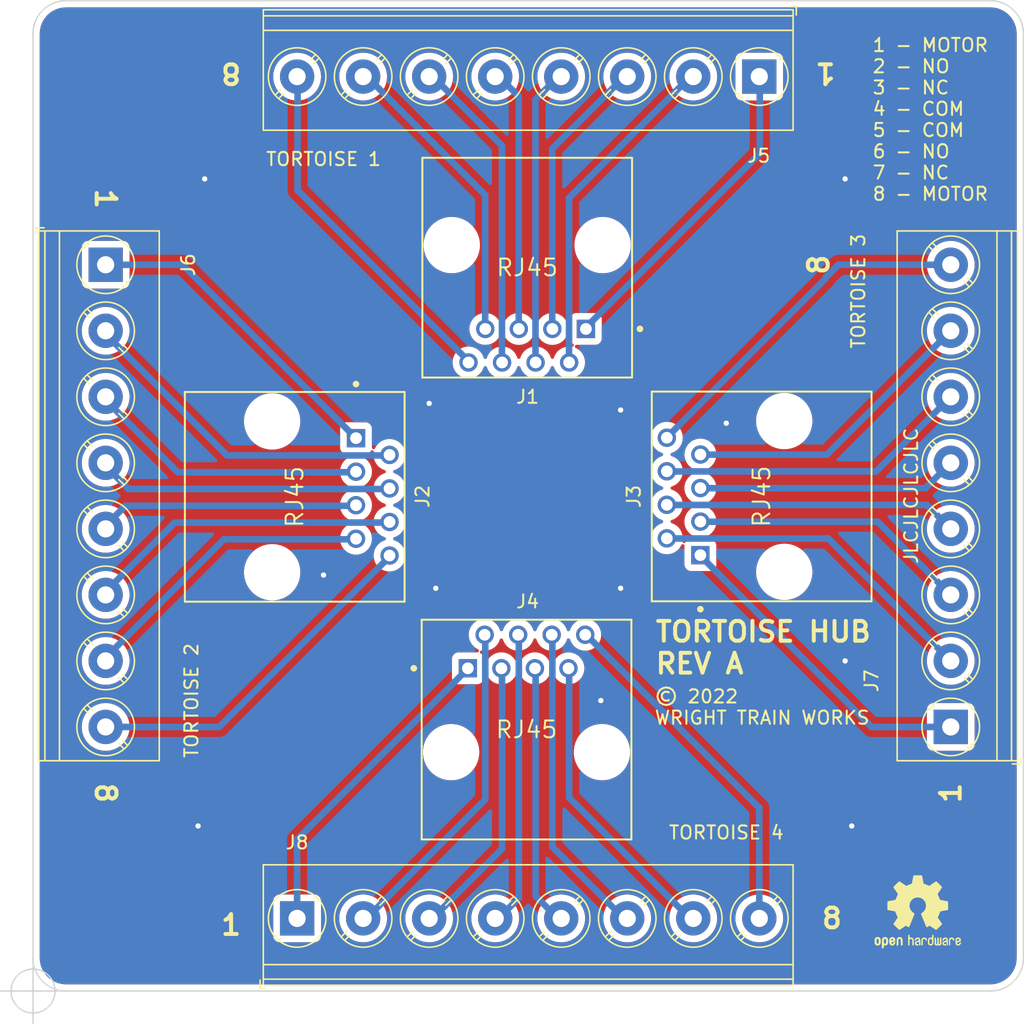
<source format=kicad_pcb>
(kicad_pcb (version 20211014) (generator pcbnew)
  (title_block (title "Tortoise Hub Board") (date "2022-02-13") (rev "A") (company "Wright Train Works"))
  (layers (0 "F.Cu" signal) (31 "B.Cu" signal) (34 "B.Paste" user) (35 "F.Paste" user) (36 "B.SilkS" user "B.Silkscreen") (37 "F.SilkS" user "F.Silkscreen") (38 "B.Mask" user) (39 "F.Mask" user) (44 "Edge.Cuts" user))
  (net 0 "")
  (net 1 "Net-(J1-Pad1)")
  (net 2 "Net-(J1-Pad2)")
  (net 3 "Net-(J1-Pad3)")
  (net 4 "Net-(J1-Pad4)")
  (net 5 "Net-(J1-Pad5)")
  (net 6 "Net-(J1-Pad6)")
  (net 7 "Net-(J1-Pad7)")
  (net 8 "Net-(J1-Pad8)")
  (net 9 "Net-(J2-Pad1)")
  (net 10 "Net-(J2-Pad2)")
  (net 11 "Net-(J2-Pad3)")
  (net 12 "Net-(J2-Pad4)")
  (net 13 "Net-(J2-Pad5)")
  (net 14 "Net-(J2-Pad6)")
  (net 15 "Net-(J2-Pad7)")
  (net 16 "Net-(J2-Pad8)")
  (net 17 "Net-(J3-Pad1)")
  (net 18 "Net-(J3-Pad2)")
  (net 19 "Net-(J3-Pad3)")
  (net 20 "Net-(J3-Pad4)")
  (net 21 "Net-(J3-Pad5)")
  (net 22 "Net-(J3-Pad6)")
  (net 23 "Net-(J3-Pad7)")
  (net 24 "Net-(J3-Pad8)")
  (net 25 "Net-(J4-Pad1)")
  (net 26 "Net-(J4-Pad2)")
  (net 27 "Net-(J4-Pad3)")
  (net 28 "Net-(J4-Pad4)")
  (net 29 "Net-(J4-Pad5)")
  (net 30 "Net-(J4-Pad6)")
  (net 31 "Net-(J4-Pad7)")
  (net 32 "Net-(J4-Pad8)")
  (net 33 "GND")
  (footprint "TE-5556416-1:TE-5556416-1" (layer "F.Cu") (at 134.875 118.7)
    (fp_text reference "J4" (at -0.875 -9.7) (layer "F.SilkS") (effects (justify left)))
    (fp_text value "RJ45" (at 0 0) (layer "F.SilkS") (effects (font (size 1.27 1.27))))
    (pad "" np_thru_hole circle (at -5.715 1.71) (size 3.25 3.25) (drill 3.25) (layers *.Cu *.Mask))
    (pad "" np_thru_hole circle (at 5.715 1.71) (size 3.25 3.25) (drill 3.25) (layers *.Cu *.Mask))
    (pad "1" thru_hole rect (at -4.445 -4.64) (size 1.39 1.39) (drill 0.89) (layers *.Cu) (net 25 "Net-(J4-Pad1)"))
    (pad "2" thru_hole circle (at -3.175 -7.18) (size 1.39 1.39) (drill 0.89) (layers *.Cu) (net 26 "Net-(J4-Pad2)"))
    (pad "3" thru_hole circle (at -1.905 -4.64) (size 1.39 1.39) (drill 0.89) (layers *.Cu) (net 27 "Net-(J4-Pad3)"))
    (pad "4" thru_hole circle (at -0.635 -7.18) (size 1.39 1.39) (drill 0.89) (layers *.Cu) (net 28 "Net-(J4-Pad4)"))
    (pad "5" thru_hole circle (at 0.635 -4.64) (size 1.39 1.39) (drill 0.89) (layers *.Cu) (net 29 "Net-(J4-Pad5)"))
    (pad "6" thru_hole circle (at 1.905 -7.18) (size 1.39 1.39) (drill 0.89) (layers *.Cu) (net 30 "Net-(J4-Pad6)"))
    (pad "7" thru_hole circle (at 3.175 -4.64) (size 1.39 1.39) (drill 0.89) (layers *.Cu) (net 31 "Net-(J4-Pad7)"))
    (pad "8" thru_hole circle (at 4.445 -7.18) (size 1.39 1.39) (drill 0.89) (layers *.Cu) (net 32 "Net-(J4-Pad8)"))
  )
  (footprint "Symbol:OSHW-Logo2_7.3x6mm_SilkScreen" (layer "F.Cu") (at 164.5 132.5)
    (fp_text reference "REF**" hide)
    (fp_text value "OSHW-Logo2_7.3x6mm_SilkScreen" hide)
  )
  (footprint "TE-5556416-1:TE-5556416-1" (layer "F.Cu") (at 134.925 83.72 180)
    (fp_text reference "J1" (at 0.925 -9.78 180) (layer "F.SilkS") (effects (justify left)))
    (fp_text value "RJ45" (at 0 0 180) (layer "F.SilkS") (effects (font (size 1.27 1.27))))
    (pad "" np_thru_hole circle (at 5.715 1.71 180) (size 3.25 3.25) (drill 3.25) (layers *.Cu *.Mask))
    (pad "" np_thru_hole circle (at -5.715 1.71 180) (size 3.25 3.25) (drill 3.25) (layers *.Cu *.Mask))
    (pad "1" thru_hole rect (at -4.445 -4.64 180) (size 1.39 1.39) (drill 0.89) (layers *.Cu) (net 1 "Net-(J1-Pad1)"))
    (pad "2" thru_hole circle (at -3.175 -7.18 180) (size 1.39 1.39) (drill 0.89) (layers *.Cu) (net 2 "Net-(J1-Pad2)"))
    (pad "3" thru_hole circle (at -1.905 -4.64 180) (size 1.39 1.39) (drill 0.89) (layers *.Cu) (net 3 "Net-(J1-Pad3)"))
    (pad "4" thru_hole circle (at -0.635 -7.18 180) (size 1.39 1.39) (drill 0.89) (layers *.Cu) (net 4 "Net-(J1-Pad4)"))
    (pad "5" thru_hole circle (at 0.635 -4.64 180) (size 1.39 1.39) (drill 0.89) (layers *.Cu) (net 5 "Net-(J1-Pad5)"))
    (pad "6" thru_hole circle (at 1.905 -7.18 180) (size 1.39 1.39) (drill 0.89) (layers *.Cu) (net 6 "Net-(J1-Pad6)"))
    (pad "7" thru_hole circle (at 3.175 -4.64 180) (size 1.39 1.39) (drill 0.89) (layers *.Cu) (net 7 "Net-(J1-Pad7)"))
    (pad "8" thru_hole circle (at 4.445 -7.18 180) (size 1.39 1.39) (drill 0.89) (layers *.Cu) (net 8 "Net-(J1-Pad8)"))
  )
  (footprint "TerminalBlock_Phoenix:TerminalBlock_Phoenix_PT-1,5-8-5.0-H_1x08_P5.00mm_Horizontal" (layer "F.Cu") (at 167 118.5 90)
    (fp_text reference "J7" (at 3.5 -6 90) (layer "F.SilkS"))
    (fp_text value "Conn_01x08" hide)
    (pad "1" thru_hole rect (at 0 0 90) (size 2.6 2.6) (drill 1.3) (layers *.Cu *.Mask) (net 17 "Net-(J3-Pad1)"))
    (pad "2" thru_hole circle (at 5 0 90) (size 2.6 2.6) (drill 1.3) (layers *.Cu *.Mask) (net 18 "Net-(J3-Pad2)"))
    (pad "3" thru_hole circle (at 10 0 90) (size 2.6 2.6) (drill 1.3) (layers *.Cu *.Mask) (net 19 "Net-(J3-Pad3)"))
    (pad "4" thru_hole circle (at 15 0 90) (size 2.6 2.6) (drill 1.3) (layers *.Cu *.Mask) (net 20 "Net-(J3-Pad4)"))
    (pad "5" thru_hole circle (at 20 0 90) (size 2.6 2.6) (drill 1.3) (layers *.Cu *.Mask) (net 21 "Net-(J3-Pad5)"))
    (pad "6" thru_hole circle (at 25 0 90) (size 2.6 2.6) (drill 1.3) (layers *.Cu *.Mask) (net 22 "Net-(J3-Pad6)"))
    (pad "7" thru_hole circle (at 30 0 90) (size 2.6 2.6) (drill 1.3) (layers *.Cu *.Mask) (net 23 "Net-(J3-Pad7)"))
    (pad "8" thru_hole circle (at 35 0 90) (size 2.6 2.6) (drill 1.3) (layers *.Cu *.Mask) (net 24 "Net-(J3-Pad8)"))
  )
  (footprint "TE-5556416-1:TE-5556416-1" (layer "F.Cu") (at 152.68 101.045 90)
    (fp_text reference "J3" (at -0.955 -9.68 90) (layer "F.SilkS") (effects (justify left)))
    (fp_text value "RJ45" (at 0 0 90) (layer "F.SilkS") (effects (font (size 1.27 1.27))))
    (pad "" np_thru_hole circle (at -5.715 1.71 90) (size 3.25 3.25) (drill 3.25) (layers *.Cu *.Mask))
    (pad "" np_thru_hole circle (at 5.715 1.71 90) (size 3.25 3.25) (drill 3.25) (layers *.Cu *.Mask))
    (pad "1" thru_hole rect (at -4.445 -4.64 90) (size 1.39 1.39) (drill 0.89) (layers *.Cu) (net 17 "Net-(J3-Pad1)"))
    (pad "2" thru_hole circle (at -3.175 -7.18 90) (size 1.39 1.39) (drill 0.89) (layers *.Cu) (net 18 "Net-(J3-Pad2)"))
    (pad "3" thru_hole circle (at -1.905 -4.64 90) (size 1.39 1.39) (drill 0.89) (layers *.Cu) (net 19 "Net-(J3-Pad3)"))
    (pad "4" thru_hole circle (at -0.635 -7.18 90) (size 1.39 1.39) (drill 0.89) (layers *.Cu) (net 20 "Net-(J3-Pad4)"))
    (pad "5" thru_hole circle (at 0.635 -4.64 90) (size 1.39 1.39) (drill 0.89) (layers *.Cu) (net 21 "Net-(J3-Pad5)"))
    (pad "6" thru_hole circle (at 1.905 -7.18 90) (size 1.39 1.39) (drill 0.89) (layers *.Cu) (net 22 "Net-(J3-Pad6)"))
    (pad "7" thru_hole circle (at 3.175 -4.64 90) (size 1.39 1.39) (drill 0.89) (layers *.Cu) (net 23 "Net-(J3-Pad7)"))
    (pad "8" thru_hole circle (at 4.445 -7.18 90) (size 1.39 1.39) (drill 0.89) (layers *.Cu) (net 24 "Net-(J3-Pad8)"))
  )
  (footprint "TerminalBlock_Phoenix:TerminalBlock_Phoenix_PT-1,5-8-5.0-H_1x08_P5.00mm_Horizontal" (layer "F.Cu") (at 103 83.5 -90)
    (fp_text reference "J6" (at 0 -6.25 90) (layer "F.SilkS"))
    (fp_text value "Conn_01x08" hide)
    (pad "1" thru_hole rect (at 0 0 270) (size 2.6 2.6) (drill 1.3) (layers *.Cu *.Mask) (net 9 "Net-(J2-Pad1)"))
    (pad "2" thru_hole circle (at 5 0 270) (size 2.6 2.6) (drill 1.3) (layers *.Cu *.Mask) (net 10 "Net-(J2-Pad2)"))
    (pad "3" thru_hole circle (at 10 0 270) (size 2.6 2.6) (drill 1.3) (layers *.Cu *.Mask) (net 11 "Net-(J2-Pad3)"))
    (pad "4" thru_hole circle (at 15 0 270) (size 2.6 2.6) (drill 1.3) (layers *.Cu *.Mask) (net 12 "Net-(J2-Pad4)"))
    (pad "5" thru_hole circle (at 20 0 270) (size 2.6 2.6) (drill 1.3) (layers *.Cu *.Mask) (net 13 "Net-(J2-Pad5)"))
    (pad "6" thru_hole circle (at 25 0 270) (size 2.6 2.6) (drill 1.3) (layers *.Cu *.Mask) (net 14 "Net-(J2-Pad6)"))
    (pad "7" thru_hole circle (at 30 0 270) (size 2.6 2.6) (drill 1.3) (layers *.Cu *.Mask) (net 15 "Net-(J2-Pad7)"))
    (pad "8" thru_hole circle (at 35 0 270) (size 2.6 2.6) (drill 1.3) (layers *.Cu *.Mask) (net 16 "Net-(J2-Pad8)"))
  )
  (footprint "TerminalBlock_Phoenix:TerminalBlock_Phoenix_PT-1,5-8-5.0-H_1x08_P5.00mm_Horizontal" (layer "F.Cu") (at 152.5 69.25 180)
    (fp_text reference "J5" (at 0.035 -6) (layer "F.SilkS"))
    (fp_text value "Conn_01x08" hide)
    (pad "1" thru_hole rect (at 0 0 180) (size 2.6 2.6) (drill 1.3) (layers *.Cu *.Mask) (net 1 "Net-(J1-Pad1)"))
    (pad "2" thru_hole circle (at 5 0 180) (size 2.6 2.6) (drill 1.3) (layers *.Cu *.Mask) (net 2 "Net-(J1-Pad2)"))
    (pad "3" thru_hole circle (at 10 0 180) (size 2.6 2.6) (drill 1.3) (layers *.Cu *.Mask) (net 3 "Net-(J1-Pad3)"))
    (pad "4" thru_hole circle (at 15 0 180) (size 2.6 2.6) (drill 1.3) (layers *.Cu *.Mask) (net 4 "Net-(J1-Pad4)"))
    (pad "5" thru_hole circle (at 20 0 180) (size 2.6 2.6) (drill 1.3) (layers *.Cu *.Mask) (net 5 "Net-(J1-Pad5)"))
    (pad "6" thru_hole circle (at 25 0 180) (size 2.6 2.6) (drill 1.3) (layers *.Cu *.Mask) (net 6 "Net-(J1-Pad6)"))
    (pad "7" thru_hole circle (at 30 0 180) (size 2.6 2.6) (drill 1.3) (layers *.Cu *.Mask) (net 7 "Net-(J1-Pad7)"))
    (pad "8" thru_hole circle (at 35 0 180) (size 2.6 2.6) (drill 1.3) (layers *.Cu *.Mask) (net 8 "Net-(J1-Pad8)"))
  )
  (footprint "TE-5556416-1:TE-5556416-1" (layer "F.Cu") (at 117.32 101.075 -90)
    (fp_text reference "J2" (at 0.925 -9.68 -90) (layer "F.SilkS") (effects (justify left)))
    (fp_text value "RJ45" (at 0 0 -90) (layer "F.SilkS") (effects (font (size 1.27 1.27))))
    (pad "" np_thru_hole circle (at 5.715 1.71 270) (size 3.25 3.25) (drill 3.25) (layers *.Cu *.Mask))
    (pad "" np_thru_hole circle (at -5.715 1.71 270) (size 3.25 3.25) (drill 3.25) (layers *.Cu *.Mask))
    (pad "1" thru_hole rect (at -4.445 -4.64 270) (size 1.39 1.39) (drill 0.89) (layers *.Cu) (net 9 "Net-(J2-Pad1)"))
    (pad "2" thru_hole circle (at -3.175 -7.18 270) (size 1.39 1.39) (drill 0.89) (layers *.Cu) (net 10 "Net-(J2-Pad2)"))
    (pad "3" thru_hole circle (at -1.905 -4.64 270) (size 1.39 1.39) (drill 0.89) (layers *.Cu) (net 11 "Net-(J2-Pad3)"))
    (pad "4" thru_hole circle (at -0.635 -7.18 270) (size 1.39 1.39) (drill 0.89) (layers *.Cu) (net 12 "Net-(J2-Pad4)"))
    (pad "5" thru_hole circle (at 0.635 -4.64 270) (size 1.39 1.39) (drill 0.89) (layers *.Cu) (net 13 "Net-(J2-Pad5)"))
    (pad "6" thru_hole circle (at 1.905 -7.18 270) (size 1.39 1.39) (drill 0.89) (layers *.Cu) (net 14 "Net-(J2-Pad6)"))
    (pad "7" thru_hole circle (at 3.175 -4.64 270) (size 1.39 1.39) (drill 0.89) (layers *.Cu) (net 15 "Net-(J2-Pad7)"))
    (pad "8" thru_hole circle (at 4.445 -7.18 270) (size 1.39 1.39) (drill 0.89) (layers *.Cu) (net 16 "Net-(J2-Pad8)"))
  )
  (footprint "TerminalBlock_Phoenix:TerminalBlock_Phoenix_PT-1,5-8-5.0-H_1x08_P5.00mm_Horizontal" (layer "F.Cu") (at 117.5 133)
    (fp_text reference "J8" (at 0 -5.75) (layer "F.SilkS"))
    (fp_text value "Conn_01x08" hide)
    (pad "1" thru_hole rect (at 0 0) (size 2.6 2.6) (drill 1.3) (layers *.Cu *.Mask) (net 25 "Net-(J4-Pad1)"))
    (pad "2" thru_hole circle (at 5 0) (size 2.6 2.6) (drill 1.3) (layers *.Cu *.Mask) (net 26 "Net-(J4-Pad2)"))
    (pad "3" thru_hole circle (at 10 0) (size 2.6 2.6) (drill 1.3) (layers *.Cu *.Mask) (net 27 "Net-(J4-Pad3)"))
    (pad "4" thru_hole circle (at 15 0) (size 2.6 2.6) (drill 1.3) (layers *.Cu *.Mask) (net 28 "Net-(J4-Pad4)"))
    (pad "5" thru_hole circle (at 20 0) (size 2.6 2.6) (drill 1.3) (layers *.Cu *.Mask) (net 29 "Net-(J4-Pad5)"))
    (pad "6" thru_hole circle (at 25 0) (size 2.6 2.6) (drill 1.3) (layers *.Cu *.Mask) (net 30 "Net-(J4-Pad6)"))
    (pad "7" thru_hole circle (at 30 0) (size 2.6 2.6) (drill 1.3) (layers *.Cu *.Mask) (net 31 "Net-(J4-Pad7)"))
    (pad "8" thru_hole circle (at 35 0) (size 2.6 2.6) (drill 1.3) (layers *.Cu *.Mask) (net 32 "Net-(J4-Pad8)"))
  )
  (gr_arc (start 100 138.5) (mid 98.232233 137.767767) (end 97.5 136) (layer "Edge.Cuts") (width 0.1))
  (gr_arc (start 97.5 66) (mid 98.232233 64.232233) (end 100 63.5) (layer "Edge.Cuts") (width 0.1))
  (gr_arc (start 172.5 136) (mid 171.767767 137.767767) (end 170 138.5) (layer "Edge.Cuts") (width 0.1))
  (gr_line (start 100 63.5) (end 170 63.5) (layer "Edge.Cuts") (width 0.1))
  (gr_line (start 97.5 136) (end 97.5 66) (layer "Edge.Cuts") (width 0.1))
  (gr_arc (start 170 63.5) (mid 171.767767 64.232233) (end 172.5 66) (layer "Edge.Cuts") (width 0.1))
  (gr_line (start 172.5 66) (end 172.5 136) (layer "Edge.Cuts") (width 0.1))
  (gr_line (start 170 138.5) (end 100 138.5) (layer "Edge.Cuts") (width 0.1))
  (gr_text "8" (at 158 133) (layer "F.SilkS") (effects (font (size 1.5 1.5) (thickness 0.3))))
  (gr_text "8" (at 157 83.5 90) (layer "F.SilkS") (effects (font (size 1.5 1.5) (thickness 0.3))))
  (gr_text "1" (at 157.5 69 180) (layer "F.SilkS") (effects (font (size 1.5 1.5) (thickness 0.3))))
  (gr_text "TORTOISE 2" (at 109.5 116.5 90) (layer "F.SilkS") (effects (font (size 1 1))))
  (gr_text "1" (at 112.5 133.5) (layer "F.SilkS") (effects (font (size 1.5 1.5) (thickness 0.3))))
  (gr_text "TORTOISE HUB\nREV A" (at 144.5 112.5) (layer "F.SilkS") (effects (font (size 1.5 1.5) (thickness 0.3)) (justify left)))
  (gr_text "1" (at 167 123.5 90) (layer "F.SilkS") (effects (font (size 1.5 1.5) (thickness 0.3))))
  (gr_text "TORTOISE 3" (at 160 85.5 90) (layer "F.SilkS") (effects (font (size 1 1))))
  (gr_text "1" (at 103 78.5 270) (layer "F.SilkS") (effects (font (size 1.5 1.5) (thickness 0.3))))
  (gr_text "© 2022 \nWRIGHT TRAIN WORKS" (at 144.5 117) (layer "F.SilkS") (effects (font (size 1 1)) (justify left)))
  (gr_text "1 - MOTOR\n2 - NO\n3 - NC\n4 - COM\n5 - COM\n6 - NO\n7 - NC\n8 - MOTOR" (at 161 72.5) (layer "F.SilkS") (effects (font (size 1 1)) (justify left)))
  (gr_text "TORTOISE 4" (at 150 126.5) (layer "F.SilkS") (effects (font (size 1 1))))
  (gr_text "TORTOISE 1" (at 119.5 75.5) (layer "F.SilkS") (effects (font (size 1 1))))
  (gr_text "8" (at 103 123.5 270) (layer "F.SilkS") (effects (font (size 1.5 1.5) (thickness 0.3))))
  (gr_text "JLCJLCJLCJLC" (at 164 101 90) (layer "F.SilkS") (effects (font (size 1 1))))
  (gr_text "8" (at 112.5 69 180) (layer "F.SilkS") (effects (font (size 1.5 1.5) (thickness 0.3))))
  (target plus (at 97.5 138.5) (size 5) (width 0.1) (layer "Edge.Cuts"))
  (segment (start 152.535 75.0775) (end 152.535 69) (width 0.5) (layer "B.Cu") (net 1))
  (segment (start 139.3625 88.25) (end 152.535 75.0775) (width 0.5) (layer "B.Cu") (net 1))
  (segment (start 138.0925 90.79) (end 138.0925 78.4425) (width 0.5) (layer "B.Cu") (net 2))
  (segment (start 138.0925 78.4425) (end 147.535 69) (width 0.5) (layer "B.Cu") (net 2))
  (segment (start 136.8225 74.7125) (end 142.535 69) (width 0.5) (layer "B.Cu") (net 3))
  (segment (start 136.8225 88.25) (end 136.8225 74.7125) (width 0.5) (layer "B.Cu") (net 3))
  (segment (start 135.5525 90.79) (end 135.5525 70.9825) (width 0.5) (layer "B.Cu") (net 4))
  (segment (start 135.5525 70.9825) (end 137.535 69) (width 0.5) (layer "B.Cu") (net 4))
  (segment (start 134.2825 70.7475) (end 132.535 69) (width 0.5) (layer "B.Cu") (net 5))
  (segment (start 134.2825 88.25) (end 134.2825 70.7475) (width 0.5) (layer "B.Cu") (net 5))
  (segment (start 133.0125 74.4775) (end 127.535 69) (width 0.5) (layer "B.Cu") (net 6))
  (segment (start 133.0125 90.79) (end 133.0125 74.4775) (width 0.5) (layer "B.Cu") (net 6))
  (segment (start 131.7425 78.2075) (end 122.535 69) (width 0.5) (layer "B.Cu") (net 7))
  (segment (start 131.7425 88.25) (end 131.7425 78.2075) (width 0.5) (layer "B.Cu") (net 7))
  (segment (start 117.535 77.8525) (end 117.535 69) (width 0.5) (layer "B.Cu") (net 8))
  (segment (start 130.4725 90.79) (end 117.535 77.8525) (width 0.5) (layer "B.Cu") (net 8))
  (segment (start 122 96.6725) (end 108.8275 83.5) (width 0.5) (layer "B.Cu") (net 9))
  (segment (start 108.8275 83.5) (end 102.75 83.5) (width 0.5) (layer "B.Cu") (net 9))
  (segment (start 124.54 97.9425) (end 112.1925 97.9425) (width 0.5) (layer "B.Cu") (net 10))
  (segment (start 112.1925 97.9425) (end 102.75 88.5) (width 0.5) (layer "B.Cu") (net 10))
  (segment (start 122 99.2125) (end 108.4625 99.2125) (width 0.5) (layer "B.Cu") (net 11))
  (segment (start 108.4625 99.2125) (end 102.75 93.5) (width 0.5) (layer "B.Cu") (net 11))
  (segment (start 104.7325 100.4825) (end 102.75 98.5) (width 0.5) (layer "B.Cu") (net 12))
  (segment (start 124.54 100.4825) (end 104.7325 100.4825) (width 0.5) (layer "B.Cu") (net 12))
  (segment (start 122 101.7525) (end 104.4975 101.7525) (width 0.5) (layer "B.Cu") (net 13))
  (segment (start 104.4975 101.7525) (end 102.75 103.5) (width 0.5) (layer "B.Cu") (net 13))
  (segment (start 108.2275 103.0225) (end 102.75 108.5) (width 0.5) (layer "B.Cu") (net 14))
  (segment (start 124.54 103.0225) (end 108.2275 103.0225) (width 0.5) (layer "B.Cu") (net 14))
  (segment (start 122 104.2925) (end 111.9575 104.2925) (width 0.5) (layer "B.Cu") (net 15))
  (segment (start 111.9575 104.2925) (end 102.75 113.5) (width 0.5) (layer "B.Cu") (net 15))
  (segment (start 111.6025 118.5) (end 102.75 118.5) (width 0.5) (layer "B.Cu") (net 16))
  (segment (start 124.54 105.5625) (end 111.6025 118.5) (width 0.5) (layer "B.Cu") (net 16))
  (segment (start 148 105.5) (end 161 118.5) (width 0.5) (layer "B.Cu") (net 17))
  (segment (start 161 118.5) (end 167 118.5) (width 0.5) (layer "B.Cu") (net 17))
  (segment (start 157.73 104.23) (end 167 113.5) (width 0.5) (layer "B.Cu") (net 18))
  (segment (start 145.46 104.23) (end 157.73 104.23) (width 0.5) (layer "B.Cu") (net 18))
  (segment (start 161.46 102.96) (end 167 108.5) (width 0.5) (layer "B.Cu") (net 19))
  (segment (start 148 102.96) (end 161.46 102.96) (width 0.5) (layer "B.Cu") (net 19))
  (segment (start 145.46 101.69) (end 165.19 101.69) (width 0.5) (layer "B.Cu") (net 20))
  (segment (start 165.19 101.69) (end 167 103.5) (width 0.5) (layer "B.Cu") (net 20))
  (segment (start 148 100.42) (end 165.08 100.42) (width 0.5) (layer "B.Cu") (net 21))
  (segment (start 165.08 100.42) (end 167 98.5) (width 0.5) (layer "B.Cu") (net 21))
  (segment (start 161.35 99.15) (end 167 93.5) (width 0.5) (layer "B.Cu") (net 22))
  (segment (start 145.46 99.15) (end 161.35 99.15) (width 0.5) (layer "B.Cu") (net 22))
  (segment (start 157.62 97.88) (end 167 88.5) (width 0.5) (layer "B.Cu") (net 23))
  (segment (start 148 97.88) (end 157.62 97.88) (width 0.5) (layer "B.Cu") (net 23))
  (segment (start 145.46 96.61) (end 157.5 84.57) (width 0.5) (layer "B.Cu") (net 24))
  (segment (start 158.5 83.5) (end 167 83.5) (width 0.5) (layer "B.Cu") (net 24))
  (segment (start 157.5 84.5) (end 158.5 83.5) (width 0.5) (layer "B.Cu") (net 24))
  (segment (start 157.5 84.57) (end 157.5 84.5) (width 0.5) (layer "B.Cu") (net 24))
  (segment (start 130.48 114.04) (end 117.5 127.02) (width 0.5) (layer "B.Cu") (net 25))
  (segment (start 117.5 127.02) (end 117.5 133.25) (width 0.5) (layer "B.Cu") (net 25))
  (segment (start 131.75 124) (end 122.5 133.25) (width 0.5) (layer "B.Cu") (net 26))
  (segment (start 131.75 111.5) (end 131.75 124) (width 0.5) (layer "B.Cu") (net 26))
  (segment (start 133.02 127.73) (end 127.5 133.25) (width 0.5) (layer "B.Cu") (net 27))
  (segment (start 133.02 114.04) (end 133.02 127.73) (width 0.5) (layer "B.Cu") (net 27))
  (segment (start 134.29 131.46) (end 132.5 133.25) (width 0.5) (layer "B.Cu") (net 28))
  (segment (start 134.29 111.5) (end 134.29 131.46) (width 0.5) (layer "B.Cu") (net 28))
  (segment (start 135.56 131.31) (end 137.5 133.25) (width 0.5) (layer "B.Cu") (net 29))
  (segment (start 135.56 114.04) (end 135.56 131.31) (width 0.5) (layer "B.Cu") (net 29))
  (segment (start 136.83 127.58) (end 142.5 133.25) (width 0.5) (layer "B.Cu") (net 30))
  (segment (start 136.83 111.5) (end 136.83 127.58) (width 0.5) (layer "B.Cu") (net 30))
  (segment (start 138.1 114.04) (end 138.1 123.85) (width 0.5) (layer "B.Cu") (net 31))
  (segment (start 138.1 123.85) (end 147.5 133.25) (width 0.5) (layer "B.Cu") (net 31))
  (segment (start 152.5 124.63) (end 152.5 133.25) (width 0.5) (layer "B.Cu") (net 32))
  (segment (start 139.37 111.5) (end 152.5 124.63) (width 0.5) (layer "B.Cu") (net 32))
  (via (at 128 108) (size 0.8) (drill 0.4) (layers "F.Cu" "B.Cu") (net 33))
  (via (at 142 94.5) (size 0.8) (drill 0.4) (layers "F.Cu" "B.Cu") (net 33))
  (via (at 110.5 77) (size 0.8) (drill 0.4) (layers "F.Cu" "B.Cu") (net 33))
  (via (at 159 77) (size 0.8) (drill 0.4) (layers "F.Cu" "B.Cu") (net 33))
  (via (at 110 126) (size 0.8) (drill 0.4) (layers "F.Cu" "B.Cu") (net 33))
  (via (at 140.5 116.5) (size 0.8) (drill 0.4) (layers "F.Cu" "B.Cu") (net 33))
  (via (at 159.5 126) (size 0.8) (drill 0.4) (layers "F.Cu" "B.Cu") (net 33))
  (via (at 127.5 94) (size 0.8) (drill 0.4) (layers "F.Cu" "B.Cu") (net 33))
  (via (at 150 95.5) (size 0.8) (drill 0.4) (layers "F.Cu" "B.Cu") (net 33))
  (via (at 119.5 107) (size 0.8) (drill 0.4) (layers "F.Cu" "B.Cu") (net 33))
  (via (at 159 113.5) (size 0.8) (drill 0.4) (layers "F.Cu" "B.Cu") (net 33))
  (via (at 142 108) (size 0.8) (drill 0.4) (layers "F.Cu" "B.Cu") (net 33))
  (zone (net 33) (net_name "GND") (layers F&B.Cu) (connect_pads (clearance 0.508)) (min_thickness 0.254) (fill yes (thermal_gap 0.508) (thermal_bridge_width 0.508) (island_removal_mode 2) (island_area_min 2))
    (polygon (pts (xy 172.5 138.5) (xy 97.5 138.5) (xy 97.5 63.5) (xy 172.5 63.5)))
  )
)
</source>
